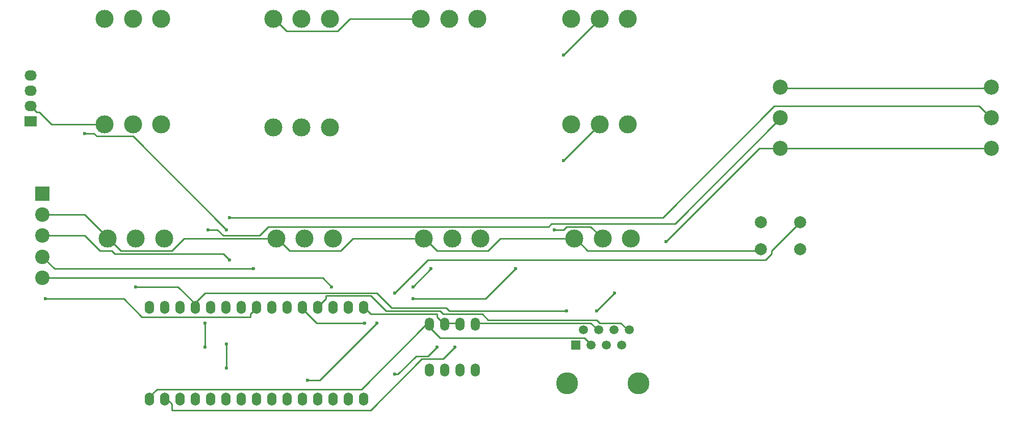
<source format=gbr>
G04 #@! TF.FileFunction,Copper,L2,Bot,Signal*
%FSLAX46Y46*%
G04 Gerber Fmt 4.6, Leading zero omitted, Abs format (unit mm)*
G04 Created by KiCad (PCBNEW 4.0.0-rc2-stable) date 10-2-2016 17:40:28*
%MOMM*%
G01*
G04 APERTURE LIST*
%ADD10C,0.100000*%
%ADD11O,1.501140X2.199640*%
%ADD12O,1.524000X2.199640*%
%ADD13O,1.524000X2.197100*%
%ADD14C,2.499360*%
%ADD15C,2.997200*%
%ADD16R,2.032000X1.727200*%
%ADD17O,2.032000X1.727200*%
%ADD18C,2.400000*%
%ADD19R,2.400000X2.400000*%
%ADD20C,3.649980*%
%ADD21R,1.501140X1.501140*%
%ADD22C,1.501140*%
%ADD23C,1.998980*%
%ADD24C,0.600000*%
%ADD25C,0.250000*%
G04 APERTURE END LIST*
D10*
D11*
X106310000Y-79190000D03*
X103770000Y-79190000D03*
X101230000Y-79190000D03*
X98690000Y-79190000D03*
X98690000Y-86810000D03*
X101230000Y-86810000D03*
X103770000Y-86810000D03*
X106310000Y-86810000D03*
D12*
X52220000Y-91620000D03*
X54760000Y-91620000D03*
X57300000Y-91620000D03*
X59840000Y-91620000D03*
X62380000Y-91620000D03*
X64920000Y-91620000D03*
X67460000Y-91620000D03*
X70000000Y-91620000D03*
X72540000Y-91620000D03*
X75080000Y-91620000D03*
X77620000Y-91620000D03*
X80160000Y-91620000D03*
X82700000Y-91620000D03*
X85240000Y-91620000D03*
X87780000Y-91620000D03*
X87780000Y-76380000D03*
X85240000Y-76380000D03*
X82700000Y-76380000D03*
X80160000Y-76380000D03*
D13*
X77620000Y-76380000D03*
X75080000Y-76380000D03*
X72540000Y-76380000D03*
X70000000Y-76380000D03*
X67460000Y-76380000D03*
X64920000Y-76380000D03*
X62380000Y-76380000D03*
X59840000Y-76380000D03*
X57300000Y-76380000D03*
X54760000Y-76380000D03*
X52220000Y-76380000D03*
D14*
X157000000Y-44920000D03*
X157000000Y-39840000D03*
X157000000Y-50000000D03*
X192000000Y-44920000D03*
X192000000Y-39840000D03*
X192000000Y-50000000D03*
D15*
X45301000Y-65000000D03*
X50000000Y-65000000D03*
X54699000Y-65000000D03*
X44801000Y-46000000D03*
X49500000Y-46000000D03*
X54199000Y-46000000D03*
X44801000Y-28500000D03*
X49500000Y-28500000D03*
X54199000Y-28500000D03*
X72801000Y-28500000D03*
X77500000Y-28500000D03*
X82199000Y-28500000D03*
X72801000Y-46500000D03*
X77500000Y-46500000D03*
X82199000Y-46500000D03*
X73301000Y-65000000D03*
X78000000Y-65000000D03*
X82699000Y-65000000D03*
X97301000Y-28500000D03*
X102000000Y-28500000D03*
X106699000Y-28500000D03*
X97801000Y-65000000D03*
X102500000Y-65000000D03*
X107199000Y-65000000D03*
X122301000Y-28500000D03*
X127000000Y-28500000D03*
X131699000Y-28500000D03*
X122301000Y-46000000D03*
X127000000Y-46000000D03*
X131699000Y-46000000D03*
X122801000Y-65000000D03*
X127500000Y-65000000D03*
X132199000Y-65000000D03*
D16*
X32500000Y-45500000D03*
D17*
X32500000Y-42960000D03*
X32500000Y-40420000D03*
X32500000Y-37880000D03*
D18*
X34500000Y-61000000D03*
D19*
X34500000Y-57500000D03*
D18*
X34500000Y-64500000D03*
X34500000Y-68000000D03*
X34500000Y-71500000D03*
D20*
X133438520Y-89000000D03*
X121569100Y-89000000D03*
D21*
X123055000Y-82650000D03*
D22*
X124325000Y-80110000D03*
X125595000Y-82650000D03*
X126865000Y-80110000D03*
X128135000Y-82650000D03*
X129405000Y-80110000D03*
X130675000Y-82650000D03*
X131945000Y-80110000D03*
D23*
X153748800Y-66750440D03*
X160251200Y-62249560D03*
X153748800Y-62249560D03*
X160251200Y-66750440D03*
D24*
X103000000Y-83000000D03*
X126500000Y-77000000D03*
X129500000Y-74000000D03*
X138000000Y-65500000D03*
X50000000Y-73000000D03*
X121500000Y-77000000D03*
X61500000Y-83000000D03*
X61500000Y-79000000D03*
X62000000Y-63500000D03*
X65000000Y-82500000D03*
X65000000Y-86500000D03*
X65500000Y-61500000D03*
X65000000Y-63500000D03*
X41500000Y-47500000D03*
X35000000Y-75000000D03*
X65500000Y-68500000D03*
X69500000Y-70000000D03*
X88000000Y-79000000D03*
X93000000Y-74000000D03*
X119500000Y-63500000D03*
X113000000Y-70000000D03*
X96000000Y-75000000D03*
X121000000Y-52000000D03*
X100000000Y-83000000D03*
X93000000Y-87500000D03*
X82500000Y-73000000D03*
X121000000Y-34500000D03*
X99000000Y-70000000D03*
X96000000Y-73000000D03*
X90000000Y-79000000D03*
X78500000Y-88500000D03*
D25*
X103000000Y-83000000D02*
X101000000Y-85000000D01*
X101000000Y-85000000D02*
X97500000Y-85000000D01*
X97500000Y-85000000D02*
X89000000Y-93500000D01*
X89000000Y-93500000D02*
X56000000Y-93500000D01*
X56000000Y-93500000D02*
X56000000Y-92500000D01*
X56000000Y-92500000D02*
X55000000Y-91500000D01*
X55000000Y-91500000D02*
X54760000Y-91620000D01*
X106310000Y-79190000D02*
X106500000Y-79000000D01*
X106500000Y-79000000D02*
X125500000Y-79000000D01*
X125500000Y-79000000D02*
X126500000Y-80000000D01*
X126500000Y-80000000D02*
X127000000Y-80000000D01*
X127000000Y-80000000D02*
X126865000Y-80110000D01*
X87780000Y-76380000D02*
X88000000Y-76500000D01*
X88000000Y-76500000D02*
X89000000Y-77500000D01*
X89000000Y-77500000D02*
X100000000Y-77500000D01*
X100000000Y-77500000D02*
X100000000Y-78000000D01*
X100000000Y-78000000D02*
X101000000Y-79000000D01*
X101000000Y-79000000D02*
X101230000Y-79190000D01*
X101230000Y-79190000D02*
X101000000Y-79000000D01*
X101000000Y-79000000D02*
X104000000Y-79000000D01*
X104000000Y-79000000D02*
X103770000Y-79190000D01*
X98690000Y-79190000D02*
X98000000Y-79500000D01*
X98000000Y-79500000D02*
X87500000Y-90000000D01*
X87500000Y-90000000D02*
X53500000Y-90000000D01*
X53500000Y-90000000D02*
X52000000Y-91500000D01*
X52000000Y-91500000D02*
X52220000Y-91620000D01*
X98690000Y-79190000D02*
X98500000Y-79000000D01*
X98500000Y-79000000D02*
X98500000Y-79500000D01*
X98500000Y-79500000D02*
X100500000Y-81500000D01*
X100500000Y-81500000D02*
X124500000Y-81500000D01*
X124500000Y-81500000D02*
X125500000Y-82500000D01*
X125500000Y-82500000D02*
X125595000Y-82650000D01*
X122801000Y-65000000D02*
X123000000Y-65000000D01*
X123000000Y-65000000D02*
X125000000Y-67000000D01*
X125000000Y-67000000D02*
X153500000Y-67000000D01*
X153500000Y-67000000D02*
X153748800Y-66750440D01*
X157000000Y-39840000D02*
X157000000Y-40000000D01*
X157000000Y-40000000D02*
X192000000Y-40000000D01*
X192000000Y-40000000D02*
X192000000Y-39840000D01*
X45301000Y-65000000D02*
X45500000Y-65000000D01*
X45500000Y-65000000D02*
X47500000Y-67000000D01*
X47500000Y-67000000D02*
X56000000Y-67000000D01*
X56000000Y-67000000D02*
X58000000Y-65000000D01*
X58000000Y-65000000D02*
X73301000Y-65000000D01*
X45301000Y-65000000D02*
X45500000Y-65000000D01*
X45500000Y-65000000D02*
X41500000Y-61000000D01*
X41500000Y-61000000D02*
X34500000Y-61000000D01*
X97801000Y-65000000D02*
X98000000Y-65000000D01*
X98000000Y-65000000D02*
X100000000Y-67000000D01*
X100000000Y-67000000D02*
X108500000Y-67000000D01*
X108500000Y-67000000D02*
X110500000Y-65000000D01*
X110500000Y-65000000D02*
X122801000Y-65000000D01*
X73301000Y-65000000D02*
X73500000Y-65000000D01*
X73500000Y-65000000D02*
X75500000Y-67000000D01*
X75500000Y-67000000D02*
X84000000Y-67000000D01*
X84000000Y-67000000D02*
X86000000Y-65000000D01*
X86000000Y-65000000D02*
X97801000Y-65000000D01*
X72801000Y-28500000D02*
X73000000Y-28500000D01*
X73000000Y-28500000D02*
X75000000Y-30500000D01*
X75000000Y-30500000D02*
X83500000Y-30500000D01*
X83500000Y-30500000D02*
X85500000Y-28500000D01*
X85500000Y-28500000D02*
X97301000Y-28500000D01*
X32500000Y-42960000D02*
X32500000Y-43000000D01*
X32500000Y-43000000D02*
X33500000Y-44000000D01*
X33500000Y-44000000D02*
X34000000Y-44000000D01*
X34000000Y-44000000D02*
X36000000Y-46000000D01*
X36000000Y-46000000D02*
X44801000Y-46000000D01*
X126500000Y-77000000D02*
X129500000Y-74000000D01*
X138000000Y-65500000D02*
X153500000Y-50000000D01*
X153500000Y-50000000D02*
X157000000Y-50000000D01*
X59840000Y-76380000D02*
X60000000Y-76500000D01*
X60000000Y-76500000D02*
X60000000Y-76000000D01*
X60000000Y-76000000D02*
X57000000Y-73000000D01*
X57000000Y-73000000D02*
X50000000Y-73000000D01*
X59840000Y-76380000D02*
X60000000Y-76500000D01*
X60000000Y-76500000D02*
X60000000Y-75500000D01*
X60000000Y-75500000D02*
X61500000Y-74000000D01*
X61500000Y-74000000D02*
X90000000Y-74000000D01*
X90000000Y-74000000D02*
X92500000Y-76500000D01*
X92500000Y-76500000D02*
X101500000Y-76500000D01*
X101500000Y-76500000D02*
X102000000Y-77000000D01*
X102000000Y-77000000D02*
X121500000Y-77000000D01*
X157000000Y-50000000D02*
X192000000Y-50000000D01*
X61500000Y-83000000D02*
X61500000Y-79000000D01*
X157000000Y-44920000D02*
X157000000Y-45000000D01*
X157000000Y-45000000D02*
X139500000Y-62500000D01*
X139500000Y-62500000D02*
X119000000Y-62500000D01*
X119000000Y-62500000D02*
X118500000Y-63000000D01*
X118500000Y-63000000D02*
X72000000Y-63000000D01*
X72000000Y-63000000D02*
X70500000Y-64500000D01*
X70500000Y-64500000D02*
X64500000Y-64500000D01*
X64500000Y-64500000D02*
X63500000Y-63500000D01*
X63500000Y-63500000D02*
X62000000Y-63500000D01*
X65000000Y-82500000D02*
X65000000Y-86500000D01*
X192000000Y-44920000D02*
X192000000Y-45000000D01*
X192000000Y-45000000D02*
X190000000Y-43000000D01*
X190000000Y-43000000D02*
X156000000Y-43000000D01*
X156000000Y-43000000D02*
X137500000Y-61500000D01*
X137500000Y-61500000D02*
X65500000Y-61500000D01*
X65000000Y-63500000D02*
X49500000Y-48000000D01*
X49500000Y-48000000D02*
X43500000Y-48000000D01*
X43500000Y-48000000D02*
X43000000Y-47500000D01*
X43000000Y-47500000D02*
X41500000Y-47500000D01*
X70000000Y-76380000D02*
X70000000Y-76500000D01*
X70000000Y-76500000D02*
X69000000Y-77500000D01*
X69000000Y-77500000D02*
X69000000Y-78000000D01*
X69000000Y-78000000D02*
X51000000Y-78000000D01*
X51000000Y-78000000D02*
X48000000Y-75000000D01*
X48000000Y-75000000D02*
X35000000Y-75000000D01*
X65500000Y-68500000D02*
X64500000Y-67500000D01*
X64500000Y-67500000D02*
X46500000Y-67500000D01*
X46500000Y-67500000D02*
X46000000Y-67000000D01*
X46000000Y-67000000D02*
X44000000Y-67000000D01*
X44000000Y-67000000D02*
X41500000Y-64500000D01*
X41500000Y-64500000D02*
X34500000Y-64500000D01*
X34500000Y-68000000D02*
X36500000Y-70000000D01*
X36500000Y-70000000D02*
X69500000Y-70000000D01*
X77620000Y-76380000D02*
X78000000Y-77000000D01*
X78000000Y-77000000D02*
X80000000Y-79000000D01*
X80000000Y-79000000D02*
X88000000Y-79000000D01*
X93000000Y-74000000D02*
X98500000Y-68500000D01*
X98500000Y-68500000D02*
X154500000Y-68500000D01*
X154500000Y-68500000D02*
X155500000Y-67500000D01*
X155500000Y-67500000D02*
X155500000Y-67000000D01*
X155500000Y-67000000D02*
X160500000Y-62000000D01*
X160500000Y-62000000D02*
X160251200Y-62249560D01*
X80160000Y-76380000D02*
X80000000Y-76500000D01*
X80000000Y-76500000D02*
X81500000Y-75000000D01*
X81500000Y-75000000D02*
X81500000Y-74500000D01*
X81500000Y-74500000D02*
X89000000Y-74500000D01*
X89000000Y-74500000D02*
X91500000Y-77000000D01*
X91500000Y-77000000D02*
X100500000Y-77000000D01*
X100500000Y-77000000D02*
X101000000Y-77500000D01*
X101000000Y-77500000D02*
X107500000Y-77500000D01*
X107500000Y-77500000D02*
X108500000Y-78500000D01*
X108500000Y-78500000D02*
X126500000Y-78500000D01*
X126500000Y-78500000D02*
X127000000Y-79000000D01*
X127000000Y-79000000D02*
X130500000Y-79000000D01*
X130500000Y-79000000D02*
X131500000Y-80000000D01*
X131500000Y-80000000D02*
X132000000Y-80000000D01*
X132000000Y-80000000D02*
X131945000Y-80110000D01*
X127500000Y-65000000D02*
X125500000Y-63000000D01*
X125500000Y-63000000D02*
X121500000Y-63000000D01*
X121500000Y-63000000D02*
X121000000Y-63500000D01*
X121000000Y-63500000D02*
X119500000Y-63500000D01*
X113000000Y-70000000D02*
X108000000Y-75000000D01*
X108000000Y-75000000D02*
X96000000Y-75000000D01*
X127000000Y-46000000D02*
X121000000Y-52000000D01*
X100000000Y-83000000D02*
X98500000Y-84500000D01*
X98500000Y-84500000D02*
X96500000Y-84500000D01*
X96500000Y-84500000D02*
X93500000Y-87500000D01*
X93500000Y-87500000D02*
X93000000Y-87500000D01*
X82500000Y-73000000D02*
X81000000Y-71500000D01*
X81000000Y-71500000D02*
X34500000Y-71500000D01*
X127000000Y-28500000D02*
X121000000Y-34500000D01*
X99000000Y-70000000D02*
X96000000Y-73000000D01*
X90000000Y-79000000D02*
X80500000Y-88500000D01*
X80500000Y-88500000D02*
X78500000Y-88500000D01*
M02*

</source>
